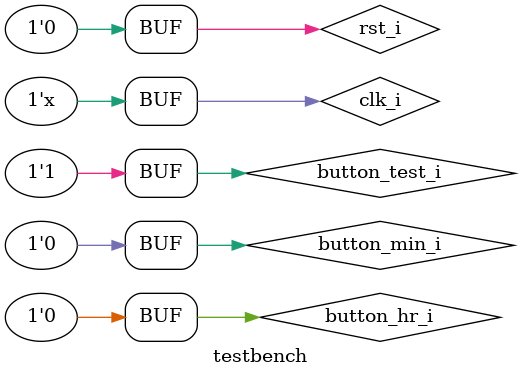
<source format=v>
`timescale 1ns / 1ps


module testbench;
    reg clk_i = 0;
    reg rst_i = 0;
    reg button_hr_i = 0;
    reg button_min_i = 0;
    reg button_test_i = 1;
    wire [7:0] led7_seg_o;
    wire [7:0] led7_an_o;
    wire xd;
    
    rtc uut (
        .clk_i(clk_i),
        .rst_i(rst_i),
        .button_hr_i(button_hr_i),
        .button_min_i(button_min_i),
        .button_test_i(button_test_i),
        .led7_seg_o(led7_seg_o),
        .led7_an_o(led7_an_o),
        .xd(xd)
    );
    
    always begin
        #5;
        clk_i <= ~clk_i;
    end
    
    initial begin
        button_hr_i = 0;
        button_test_i = 1;
        #15000000
        button_hr_i = 1;
        #10000000
        button_hr_i = 0;
        #60000000
        button_hr_i = 0;//1
        #10000000
        button_hr_i = 0;
        #30000000
        button_hr_i = 0;//1
        #20000000
        button_hr_i = 0;
    end
    
endmodule

</source>
